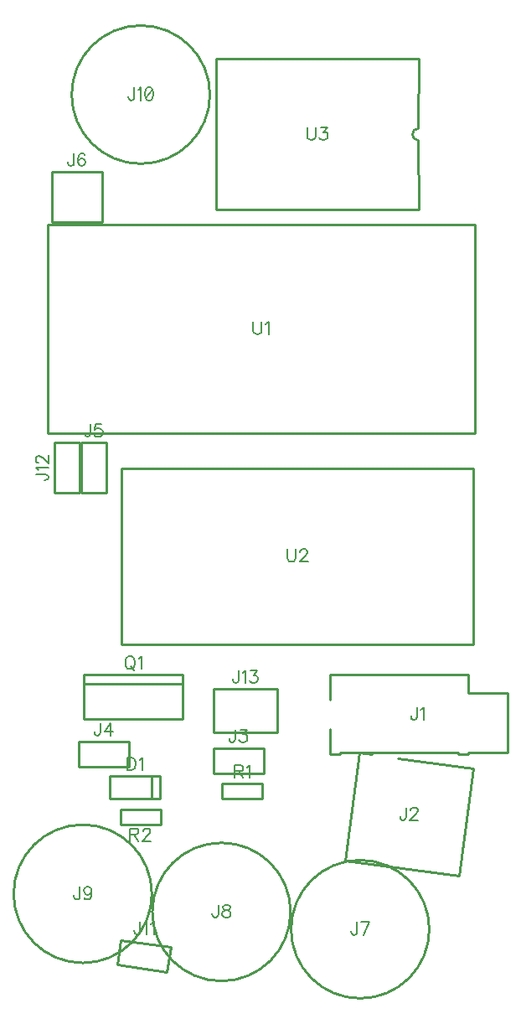
<source format=gbr>
G04 DipTrace 3.2.0.1*
G04 TopSilk.gbr*
%MOIN*%
G04 #@! TF.FileFunction,Legend,Top*
G04 #@! TF.Part,Single*
%ADD10C,0.009843*%
%ADD66C,0.00772*%
%FSLAX26Y26*%
G04*
G70*
G90*
G75*
G01*
G04 TopSilk*
%LPD*%
X630241Y3987000D2*
D10*
G02X630241Y3987000I275000J0D01*
G01*
X2365965Y1606636D2*
X2208470D1*
X2365965Y1370428D2*
Y1606636D1*
X1657308Y1579083D2*
Y1681449D1*
X2208470D1*
X1696646Y1370428D2*
Y1362551D1*
Y1370428D2*
X2167115D1*
X2208470Y1681449D2*
Y1606636D1*
X1657308Y1362551D2*
Y1464917D1*
X1696646Y1362551D2*
X1657308D1*
X2208470Y1370428D2*
X2365965D1*
X2208470D2*
Y1362551D1*
X2167115D1*
Y1370428D1*
X1927862Y1348138D2*
X2228328Y1307760D1*
X2170664Y878552D1*
X1718025Y939363D1*
X1775689Y1368572D1*
X1826464Y1361760D1*
X2233272Y3470920D2*
Y2640935D1*
X533239Y2641018D1*
Y3471003D1*
X2233272Y3470920D1*
X2229241Y2501000D2*
X829241D1*
Y1801000D1*
X2229241D1*
Y2501000D1*
X2012241Y3529000D2*
X1204241D1*
X1206261Y4129000D2*
Y3529000D1*
X2010221Y4129000D2*
X1206261D1*
X2010221D2*
X2009817Y3852640D1*
X2010221Y3529000D2*
X2009817Y3805360D1*
Y3852640D2*
G03X2009817Y3805360I46J-23640D01*
G01*
X750241Y3480000D2*
X550241D1*
X750241Y3680000D2*
Y3480000D1*
X550241Y3680000D2*
Y3480000D1*
X750241Y3680000D2*
X550241D1*
X1503241Y667000D2*
G02X1503241Y667000I275000J0D01*
G01*
X951241Y736000D2*
G02X951241Y736000I275000J0D01*
G01*
X399241Y808000D2*
G02X399241Y808000I275000J0D01*
G01*
X858241Y1314000D2*
Y1414000D1*
X658241Y1314000D2*
X858241D1*
X658241D2*
Y1414000D1*
X858241D1*
X825554Y624524D2*
X811628Y525496D1*
X1023599Y596691D2*
X825554Y624524D1*
X1023599Y596691D2*
X1009673Y497663D1*
X811628Y525496D1*
X679390Y1679299D2*
X1073091D1*
Y1502134D1*
X679390D1*
Y1679299D1*
Y1643866D2*
X1073091D1*
X982894Y1277276D2*
Y1186725D1*
X781949D1*
X949510Y1277276D2*
Y1186725D1*
X781949Y1277276D2*
Y1186725D1*
X982894Y1277276D2*
X781949D1*
X824091Y1145000D2*
Y1085000D1*
X984391Y1145000D2*
X824091D1*
X984391D2*
Y1085000D1*
X824091D1*
X1393241Y1288000D2*
Y1388000D1*
X1193241Y1288000D2*
X1393241D1*
X1193241D2*
Y1388000D1*
X1393241D1*
X1229091Y1246000D2*
Y1186000D1*
X1389391Y1246000D2*
X1229091D1*
X1389391D2*
Y1186000D1*
X1229091D1*
X667241Y2403000D2*
X767241D1*
X667241Y2603000D2*
Y2403000D1*
Y2603000D2*
X767241D1*
Y2403000D1*
X560241D2*
X660241D1*
X560241Y2603000D2*
Y2403000D1*
Y2603000D2*
X660241D1*
Y2403000D1*
X1447485Y1450016D2*
X1195516D1*
Y1623244D1*
X1447485D1*
Y1450016D1*
X879024Y4015132D2*
D66*
Y3976886D1*
X876647Y3969701D1*
X874215Y3967324D1*
X869462Y3964892D1*
X864654D1*
X859901Y3967324D1*
X857524Y3969701D1*
X855092Y3976886D1*
Y3981639D1*
X894463Y4005515D2*
X899272Y4007947D1*
X906457Y4015077D1*
Y3964892D1*
X936266Y4015077D2*
X929081Y4012701D1*
X924273Y4005515D1*
X921896Y3993577D1*
Y3986392D1*
X924273Y3974454D1*
X929081Y3967269D1*
X936266Y3964892D1*
X941019D1*
X948204Y3967269D1*
X952957Y3974454D1*
X955389Y3986392D1*
Y3993577D1*
X952957Y4005515D1*
X948204Y4012701D1*
X941019Y4015077D1*
X936266D1*
X952957Y4005515D2*
X924273Y3974454D1*
X2003978Y1550132D2*
Y1511886D1*
X2001602Y1504701D1*
X1999170Y1502324D1*
X1994417Y1499892D1*
X1989608D1*
X1984855Y1502324D1*
X1982479Y1504701D1*
X1980047Y1511886D1*
Y1516639D1*
X2019418Y1540515D2*
X2024226Y1542947D1*
X2031411Y1550077D1*
Y1499892D1*
X1960676Y1151694D2*
Y1113448D1*
X1958299Y1106262D1*
X1955868Y1103886D1*
X1951114Y1101454D1*
X1946306D1*
X1941553Y1103886D1*
X1939176Y1106262D1*
X1936744Y1113448D1*
Y1118201D1*
X1978547Y1139701D2*
Y1142077D1*
X1980924Y1146886D1*
X1983300Y1149262D1*
X1988109Y1151639D1*
X1997670D1*
X2002424Y1149262D1*
X2004800Y1146886D1*
X2007232Y1142077D1*
Y1137324D1*
X2004800Y1132516D1*
X2000047Y1125386D1*
X1976115Y1101454D1*
X2009609D1*
X1352792Y3084101D2*
Y3048231D1*
X1355169Y3041046D1*
X1359977Y3036293D1*
X1367162Y3033861D1*
X1371915D1*
X1379100Y3036293D1*
X1383909Y3041046D1*
X1386285Y3048231D1*
Y3084101D1*
X1401725Y3074484D2*
X1406533Y3076916D1*
X1413718Y3084046D1*
Y3033861D1*
X1488028Y2179132D2*
Y2143262D1*
X1490404Y2136077D1*
X1495213Y2131324D1*
X1502398Y2128892D1*
X1507151D1*
X1514336Y2131324D1*
X1519145Y2136077D1*
X1521521Y2143262D1*
Y2179132D1*
X1539392Y2167139D2*
Y2169515D1*
X1541769Y2174324D1*
X1544145Y2176701D1*
X1548954Y2179077D1*
X1558515D1*
X1563269Y2176701D1*
X1565645Y2174324D1*
X1568077Y2169515D1*
Y2164762D1*
X1565645Y2159954D1*
X1560892Y2152824D1*
X1536960Y2128892D1*
X1570454D1*
X1567028Y3857132D2*
Y3821262D1*
X1569404Y3814077D1*
X1574213Y3809324D1*
X1581398Y3806892D1*
X1586151D1*
X1593336Y3809324D1*
X1598145Y3814077D1*
X1600521Y3821262D1*
Y3857132D1*
X1620769Y3857077D2*
X1647022D1*
X1632707Y3837954D1*
X1639892D1*
X1644645Y3835577D1*
X1647022Y3833201D1*
X1649454Y3826016D1*
Y3821262D1*
X1647022Y3814077D1*
X1642269Y3809269D1*
X1635084Y3806892D1*
X1627899D1*
X1620769Y3809269D1*
X1618392Y3811701D1*
X1615960Y3816454D1*
X638956Y3753223D2*
Y3714977D1*
X636580Y3707792D1*
X634148Y3705415D1*
X629395Y3702983D1*
X624586D1*
X619833Y3705415D1*
X617456Y3707792D1*
X615025Y3714977D1*
Y3719730D1*
X683080Y3746038D2*
X680704Y3750791D1*
X673519Y3753168D1*
X668766D1*
X661581Y3750791D1*
X656772Y3743606D1*
X654395Y3731668D1*
Y3719730D1*
X656772Y3710168D1*
X661581Y3705360D1*
X668766Y3702983D1*
X671142D1*
X678272Y3705360D1*
X683080Y3710168D1*
X685457Y3717353D1*
Y3719730D1*
X683080Y3726915D1*
X678272Y3731668D1*
X671142Y3734045D1*
X668766D1*
X661581Y3731668D1*
X656772Y3726915D1*
X654395Y3719730D1*
X1765740Y695132D2*
Y656886D1*
X1763364Y649701D1*
X1760932Y647324D1*
X1756179Y644892D1*
X1751370D1*
X1746617Y647324D1*
X1744240Y649701D1*
X1741809Y656886D1*
Y661639D1*
X1790741Y644892D2*
X1814673Y695077D1*
X1781180D1*
X1213768Y764132D2*
Y725886D1*
X1211391Y718701D1*
X1208959Y716324D1*
X1204206Y713892D1*
X1199398D1*
X1194645Y716324D1*
X1192268Y718701D1*
X1189836Y725886D1*
Y730639D1*
X1241145Y764077D2*
X1234016Y761701D1*
X1231584Y756947D1*
Y752139D1*
X1234016Y747386D1*
X1238769Y744954D1*
X1248330Y742577D1*
X1255515Y740201D1*
X1260269Y735392D1*
X1262645Y730639D1*
Y723454D1*
X1260269Y718701D1*
X1257892Y716269D1*
X1250707Y713892D1*
X1241145D1*
X1234016Y716269D1*
X1231584Y718701D1*
X1229207Y723454D1*
Y730639D1*
X1231584Y735392D1*
X1236392Y740201D1*
X1243522Y742577D1*
X1253084Y744954D1*
X1257892Y747386D1*
X1260269Y752139D1*
Y756947D1*
X1257892Y761701D1*
X1250707Y764077D1*
X1241145D1*
X662929Y836132D2*
Y797886D1*
X660552Y790701D1*
X658120Y788324D1*
X653367Y785892D1*
X648559D1*
X643805Y788324D1*
X641429Y790701D1*
X638997Y797886D1*
Y802639D1*
X709485Y819386D2*
X707053Y812201D1*
X702300Y807392D1*
X695115Y805016D1*
X692738D1*
X685553Y807392D1*
X680800Y812201D1*
X678368Y819386D1*
Y821762D1*
X680800Y828947D1*
X685553Y833701D1*
X692738Y836077D1*
X695115D1*
X702300Y833701D1*
X707053Y828947D1*
X709485Y819386D1*
Y807392D1*
X707053Y795454D1*
X702300Y788269D1*
X695115Y785892D1*
X690361D1*
X683176Y788269D1*
X680800Y793077D1*
X744552Y1487223D2*
Y1448977D1*
X742175Y1441792D1*
X739744Y1439415D1*
X734990Y1436983D1*
X730182D1*
X725429Y1439415D1*
X723052Y1441792D1*
X720620Y1448977D1*
Y1453730D1*
X783923Y1436983D2*
Y1487168D1*
X759991Y1453730D1*
X795861D1*
X902147Y697747D2*
Y659500D1*
X899770Y652315D1*
X897338Y649939D1*
X892585Y647507D1*
X887776D1*
X883023Y649939D1*
X880647Y652315D1*
X878215Y659500D1*
Y664254D1*
X917586Y688130D2*
X922394Y690562D1*
X929579Y697692D1*
Y647507D1*
X945019Y688130D2*
X949827Y690562D1*
X957012Y697692D1*
Y647507D1*
X857744Y1752522D2*
X852990Y1750201D1*
X848182Y1745393D1*
X845805Y1740584D1*
X843373Y1733399D1*
Y1721461D1*
X845805Y1714276D1*
X848182Y1709523D1*
X852990Y1704714D1*
X857744Y1702338D1*
X867305D1*
X872114Y1704714D1*
X876867Y1709523D1*
X879243Y1714276D1*
X881675Y1721461D1*
Y1733399D1*
X879243Y1740584D1*
X876867Y1745393D1*
X872114Y1750201D1*
X867305Y1752522D1*
X857744D1*
X864929Y1711899D2*
X879243Y1697529D1*
X897115Y1742906D2*
X901923Y1745337D1*
X909108Y1752467D1*
Y1702282D1*
X851959Y1350499D2*
Y1300259D1*
X868705D1*
X875891Y1302691D1*
X880699Y1307444D1*
X883076Y1312252D1*
X885452Y1319382D1*
Y1331376D1*
X883076Y1338561D1*
X880699Y1343314D1*
X875891Y1348122D1*
X868705Y1350499D1*
X851959D1*
X900891Y1340882D2*
X905700Y1343314D1*
X912885Y1350444D1*
Y1300259D1*
X863028Y1044110D2*
X884528D1*
X891713Y1046542D1*
X894145Y1048918D1*
X896521Y1053671D1*
Y1058480D1*
X894145Y1063233D1*
X891713Y1065665D1*
X884528Y1068041D1*
X863028D1*
Y1017801D1*
X879774Y1044110D2*
X896521Y1017801D1*
X914392Y1056048D2*
Y1058425D1*
X916769Y1063233D1*
X919145Y1065610D1*
X923954Y1067986D1*
X933515D1*
X938269Y1065610D1*
X940645Y1063233D1*
X943077Y1058425D1*
Y1053671D1*
X940645Y1048863D1*
X935892Y1041733D1*
X911960Y1017801D1*
X945454D1*
X1280740Y1461223D2*
Y1422977D1*
X1278364Y1415792D1*
X1275932Y1413415D1*
X1271179Y1410983D1*
X1266370D1*
X1261617Y1413415D1*
X1259240Y1415792D1*
X1256809Y1422977D1*
Y1427730D1*
X1300988Y1461168D2*
X1327241D1*
X1312926Y1442045D1*
X1320111D1*
X1324864Y1439668D1*
X1327241Y1437292D1*
X1329673Y1430107D1*
Y1425353D1*
X1327241Y1418168D1*
X1322488Y1413360D1*
X1315303Y1410983D1*
X1308118D1*
X1300988Y1413360D1*
X1298611Y1415792D1*
X1296180Y1420545D1*
X1278778Y1295292D2*
X1300278D1*
X1307463Y1297723D1*
X1309894Y1300100D1*
X1312271Y1304853D1*
Y1309662D1*
X1309894Y1314415D1*
X1307463Y1316847D1*
X1300278Y1319223D1*
X1278778D1*
Y1268983D1*
X1295524Y1295292D2*
X1312271Y1268983D1*
X1327710Y1309606D2*
X1332519Y1312038D1*
X1339704Y1319168D1*
Y1268983D1*
X704740Y2676223D2*
Y2637977D1*
X702364Y2630792D1*
X699932Y2628415D1*
X695179Y2625983D1*
X690370D1*
X685617Y2628415D1*
X683240Y2630792D1*
X680809Y2637977D1*
Y2642730D1*
X748864Y2676168D2*
X724988D1*
X722611Y2654668D1*
X724988Y2657045D1*
X732173Y2659477D1*
X739303D1*
X746488Y2657045D1*
X751296Y2652292D1*
X753673Y2645107D1*
Y2640353D1*
X751296Y2633168D1*
X746488Y2628360D1*
X739303Y2625983D1*
X732173D1*
X724988Y2628360D1*
X722611Y2630792D1*
X720180Y2635545D1*
X487018Y2476783D2*
X525264D1*
X532449Y2474407D1*
X534826Y2471975D1*
X537258Y2467222D1*
Y2462413D1*
X534826Y2457660D1*
X532449Y2455284D1*
X525264Y2452852D1*
X520511D1*
X496635Y2492223D2*
X494203Y2497031D1*
X487073Y2504216D1*
X537258D1*
X499011Y2522087D2*
X496635D1*
X491826Y2524464D1*
X489450Y2526840D1*
X487073Y2531649D1*
Y2541211D1*
X489450Y2545964D1*
X491826Y2548340D1*
X496635Y2550772D1*
X501388D1*
X506196Y2548340D1*
X513326Y2543587D1*
X537258Y2519655D1*
Y2553149D1*
X1295284Y1696467D2*
Y1658221D1*
X1292907Y1651036D1*
X1290475Y1648659D1*
X1285722Y1646227D1*
X1280914D1*
X1276161Y1648659D1*
X1273784Y1651036D1*
X1271352Y1658221D1*
Y1662974D1*
X1310723Y1686850D2*
X1315531Y1689282D1*
X1322717Y1696412D1*
Y1646227D1*
X1342964Y1696412D2*
X1369217D1*
X1354902Y1677289D1*
X1362087D1*
X1366841Y1674912D1*
X1369217Y1672536D1*
X1371649Y1665351D1*
Y1660597D1*
X1369217Y1653412D1*
X1364464Y1648604D1*
X1357279Y1646227D1*
X1350094D1*
X1342964Y1648604D1*
X1340588Y1651036D1*
X1338156Y1655789D1*
M02*

</source>
